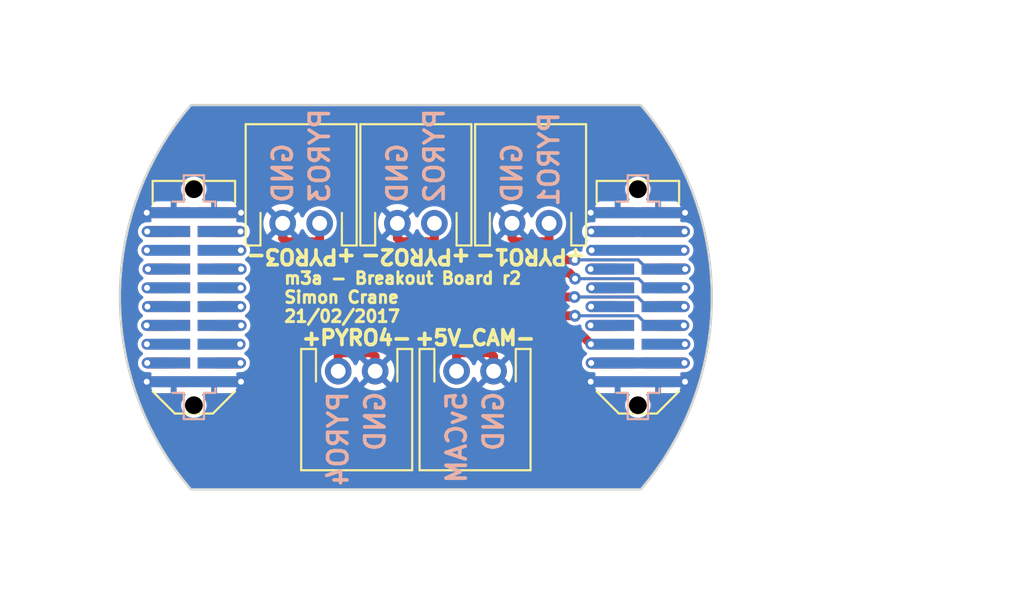
<source format=kicad_pcb>
(kicad_pcb (version 20221018) (generator pcbnew)
  (layers (0 "F.Cu" signal) (31 "B.Cu" signal) (34 "B.Paste" user) (35 "F.Paste" user) (36 "B.SilkS" user "B.Silkscreen") (37 "F.SilkS" user "F.Silkscreen") (38 "B.Mask" user) (39 "F.Mask" user) (44 "Edge.Cuts" user))
  (net 0 "")
  (net 1 "GND")
  (net 2 "/3v3_IMU")
  (net 3 "/JTMS")
  (net 4 "/3v3_RADIO")
  (net 5 "/JTCK")
  (net 6 "/3v3_FC")
  (net 7 "/3v3_PYRO")
  (net 8 "/JTDR")
  (net 9 "/RSVD1")
  (net 10 "/3v3_AUX1")
  (net 11 "/5v_CAN")
  (net 12 "/3v3_AUX2")
  (net 13 "/CAN-")
  (net 14 "/RSVD2")
  (net 15 "/CAN+")
  (net 16 "/PYRO_SO")
  (net 17 "/PYRO_SI")
  (net 18 "/5v_RADIO")
  (net 19 "/PYRO1")
  (net 20 "/5v_IMU")
  (net 21 "/PYRO2")
  (net 22 "/5v_AUX1")
  (net 23 "/PYRO3")
  (net 24 "/5v_AUX2")
  (net 25 "/PYRO4")
  (net 26 "/5v_CAM")
  (net 27 "/PWR")
  (net 28 "/CHARGE")
  (net 29 "/JTDI")
  (net 30 "/3v3_DL")
  (footprint "agg:TFML-110-02-L-D" (layer "F.Cu") (at 85 100 -90)
    (fp_text reference "J1")
    (fp_text value "WEST TOP")
    (fp_line (start -7.865 -2.785) (end -7.865 2.785) (stroke (width 0.15)) (layer "F.SilkS"))
    (fp_line (start -7.865 2.785) (end -6.365 2.785) (stroke (width 0.15)) (layer "F.SilkS"))
    (fp_line (start -6.365 -2.785) (end -7.865 -2.785) (stroke (width 0.15)) (layer "F.SilkS"))
    (fp_line (start 6.365 2.785) (end 7.865 1.285) (stroke (width 0.15)) (layer "F.SilkS"))
    (fp_line (start 7.865 -1.285) (end 6.365 -2.785) (stroke (width 0.15)) (layer "F.SilkS"))
    (fp_line (start 7.865 1.285) (end 7.865 -1.285) (stroke (width 0.15)) (layer "F.SilkS"))
    (pad "1" smd rect (at -5.715 1.715 270) (size 0.74 2.92) (layers "F.Cu" "F.Paste" "F.Mask") (net 1 "GND"))
    (pad "2" smd rect (at -5.715 -1.715 270) (size 0.74 2.92) (layers "F.Cu" "F.Paste" "F.Mask") (net 1 "GND"))
    (pad "3" smd rect (at -4.445 1.715 270) (size 0.74 2.92) (layers "F.Cu" "F.Paste" "F.Mask") (net 2 "/3v3_IMU"))
    (pad "4" smd rect (at -4.445 -1.715 270) (size 0.74 2.92) (layers "F.Cu" "F.Paste" "F.Mask") (net 3 "/JTMS"))
    (pad "5" smd rect (at -3.175 1.715 270) (size 0.74 2.92) (layers "F.Cu" "F.Paste" "F.Mask") (net 4 "/3v3_RADIO"))
    (pad "6" smd rect (at -3.175 -1.715 270) (size 0.74 2.92) (layers "F.Cu" "F.Paste" "F.Mask") (net 5 "/JTCK"))
    (pad "7" smd rect (at -1.905 1.715 270) (size 0.74 2.92) (layers "F.Cu" "F.Paste" "F.Mask") (net 6 "/3v3_FC"))
    (pad "8" smd rect (at -1.905 -1.715 270) (size 0.74 2.92) (layers "F.Cu" "F.Paste" "F.Mask") (net 29 "/JTDI"))
    (pad "9" smd rect (at -0.635 1.715 270) (size 0.74 2.92) (layers "F.Cu" "F.Paste" "F.Mask") (net 7 "/3v3_PYRO"))
    (pad "10" smd rect (at -0.635 -1.715 270) (size 0.74 2.92) (layers "F.Cu" "F.Paste" "F.Mask") (net 8 "/JTDR"))
    (pad "11" smd rect (at 0.635 1.715 270) (size 0.74 2.92) (layers "F.Cu" "F.Paste" "F.Mask") (net 30 "/3v3_DL"))
    (pad "12" smd rect (at 0.635 -1.715 270) (size 0.74 2.92) (layers "F.Cu" "F.Paste" "F.Mask") (net 9 "/RSVD1"))
    (pad "13" smd rect (at 1.905 1.715 270) (size 0.74 2.92) (layers "F.Cu" "F.Paste" "F.Mask") (net 10 "/3v3_AUX1"))
    (pad "14" smd rect (at 1.905 -1.715 270) (size 0.74 2.92) (layers "F.Cu" "F.Paste" "F.Mask") (net 11 "/5v_CAN"))
    (pad "15" smd rect (at 3.175 1.715 270) (size 0.74 2.92) (layers "F.Cu" "F.Paste" "F.Mask") (net 12 "/3v3_AUX2"))
    (pad "16" smd rect (at 3.175 -1.715 270) (size 0.74 2.92) (layers "F.Cu" "F.Paste" "F.Mask") (net 13 "/CAN-"))
    (pad "17" smd rect (at 4.445 1.715 270) (size 0.74 2.92) (layers "F.Cu" "F.Paste" "F.Mask") (net 14 "/RSVD2"))
    (pad "18" smd rect (at 4.445 -1.715 270) (size 0.74 2.92) (layers "F.Cu" "F.Paste" "F.Mask") (net 15 "/CAN+"))
    (pad "19" smd rect (at 5.715 1.715 270) (size 0.74 2.92) (layers "F.Cu" "F.Paste" "F.Mask") (net 1 "GND"))
    (pad "20" smd rect (at 5.715 -1.715 270) (size 0.74 2.92) (layers "F.Cu" "F.Paste" "F.Mask") (net 1 "GND"))
  )
  (footprint "agg:TFML-110-02-L-D" (layer "F.Cu") (at 115 100 -90)
    (fp_text reference "J2")
    (fp_text value "EAST TOP")
    (fp_line (start -7.865 -2.785) (end -7.865 2.785) (stroke (width 0.15)) (layer "F.SilkS"))
    (fp_line (start -7.865 2.785) (end -6.365 2.785) (stroke (width 0.15)) (layer "F.SilkS"))
    (fp_line (start -6.365 -2.785) (end -7.865 -2.785) (stroke (width 0.15)) (layer "F.SilkS"))
    (fp_line (start 6.365 2.785) (end 7.865 1.285) (stroke (width 0.15)) (layer "F.SilkS"))
    (fp_line (start 7.865 -1.285) (end 6.365 -2.785) (stroke (width 0.15)) (layer "F.SilkS"))
    (fp_line (start 7.865 1.285) (end 7.865 -1.285) (stroke (width 0.15)) (layer "F.SilkS"))
    (pad "1" smd rect (at -5.715 1.715 270) (size 0.74 2.92) (layers "F.Cu" "F.Paste" "F.Mask") (net 1 "GND"))
    (pad "2" smd rect (at -5.715 -1.715 270) (size 0.74 2.92) (layers "F.Cu" "F.Paste" "F.Mask") (net 1 "GND"))
    (pad "3" smd rect (at -4.445 1.715 270) (size 0.74 2.92) (layers "F.Cu" "F.Paste" "F.Mask") (net 16 "/PYRO_SO"))
    (pad "4" smd rect (at -4.445 -1.715 270) (size 0.74 2.92) (layers "F.Cu" "F.Paste" "F.Mask") (net 16 "/PYRO_SO"))
    (pad "5" smd rect (at -3.175 1.715 270) (size 0.74 2.92) (layers "F.Cu" "F.Paste" "F.Mask") (net 17 "/PYRO_SI"))
    (pad "6" smd rect (at -3.175 -1.715 270) (size 0.74 2.92) (layers "F.Cu" "F.Paste" "F.Mask") (net 17 "/PYRO_SI"))
    (pad "7" smd rect (at -1.905 1.715 270) (size 0.74 2.92) (layers "F.Cu" "F.Paste" "F.Mask") (net 18 "/5v_RADIO"))
    (pad "8" smd rect (at -1.905 -1.715 270) (size 0.74 2.92) (layers "F.Cu" "F.Paste" "F.Mask") (net 19 "/PYRO1"))
    (pad "9" smd rect (at -0.635 1.715 270) (size 0.74 2.92) (layers "F.Cu" "F.Paste" "F.Mask") (net 20 "/5v_IMU"))
    (pad "10" smd rect (at -0.635 -1.715 270) (size 0.74 2.92) (layers "F.Cu" "F.Paste" "F.Mask") (net 21 "/PYRO2"))
    (pad "11" smd rect (at 0.635 1.715 270) (size 0.74 2.92) (layers "F.Cu" "F.Paste" "F.Mask") (net 22 "/5v_AUX1"))
    (pad "12" smd rect (at 0.635 -1.715 270) (size 0.74 2.92) (layers "F.Cu" "F.Paste" "F.Mask") (net 23 "/PYRO3"))
    (pad "13" smd rect (at 1.905 1.715 270) (size 0.74 2.92) (layers "F.Cu" "F.Paste" "F.Mask") (net 24 "/5v_AUX2"))
    (pad "14" smd rect (at 1.905 -1.715 270) (size 0.74 2.92) (layers "F.Cu" "F.Paste" "F.Mask") (net 25 "/PYRO4"))
    (pad "15" smd rect (at 3.175 1.715 270) (size 0.74 2.92) (layers "F.Cu" "F.Paste" "F.Mask") (net 26 "/5v_CAM"))
    (pad "16" smd rect (at 3.175 -1.715 270) (size 0.74 2.92) (layers "F.Cu" "F.Paste" "F.Mask") (net 27 "/PWR"))
    (pad "17" smd rect (at 4.445 1.715 270) (size 0.74 2.92) (layers "F.Cu" "F.Paste" "F.Mask") (net 28 "/CHARGE"))
    (pad "18" smd rect (at 4.445 -1.715 270) (size 0.74 2.92) (layers "F.Cu" "F.Paste" "F.Mask") (net 28 "/CHARGE"))
    (pad "19" smd rect (at 5.715 1.715 270) (size 0.74 2.92) (layers "F.Cu" "F.Paste" "F.Mask") (net 1 "GND"))
    (pad "20" smd rect (at 5.715 -1.715 270) (size 0.74 2.92) (layers "F.Cu" "F.Paste" "F.Mask") (net 1 "GND"))
  )
  (footprint "agg:S2B-EH" (layer "F.Cu") (at 107.75 95)
    (fp_text reference "J5")
    (fp_text value "PYRO1")
    (fp_line (start -3.75 -6.7) (end -3.75 1.5) (stroke (width 0.15)) (layer "F.SilkS"))
    (fp_line (start -3.75 -6.7) (end 3.75 -6.7) (stroke (width 0.15)) (layer "F.SilkS"))
    (fp_line (start -3.75 1.5) (end -2.75 1.5) (stroke (width 0.15)) (layer "F.SilkS"))
    (fp_line (start -2.75 1.5) (end -2.75 -0.7) (stroke (width 0.15)) (layer "F.SilkS"))
    (fp_line (start 2.75 1.5) (end 2.75 -0.7) (stroke (width 0.15)) (layer "F.SilkS"))
    (fp_line (start 3.75 -6.7) (end 3.75 1.5) (stroke (width 0.15)) (layer "F.SilkS"))
    (fp_line (start 3.75 1.5) (end 2.75 1.5) (stroke (width 0.15)) (layer "F.SilkS"))
    (pad "1" thru_hole circle (at 1.25 0) (size 1.8 1.8) (drill 1) (layers "*.Cu" "*.Mask") (net 19 "/PYRO1"))
    (pad "2" thru_hole circle (at -1.25 0) (size 1.8 1.8) (drill 1) (layers "*.Cu" "*.Mask") (net 1 "GND"))
  )
  (footprint "agg:S2B-EH" (layer "F.Cu") (at 92.25 95)
    (fp_text reference "J6")
    (fp_text value "PYRO3")
    (fp_line (start -3.75 -6.7) (end -3.75 1.5) (stroke (width 0.15)) (layer "F.SilkS"))
    (fp_line (start -3.75 -6.7) (end 3.75 -6.7) (stroke (width 0.15)) (layer "F.SilkS"))
    (fp_line (start -3.75 1.5) (end -2.75 1.5) (stroke (width 0.15)) (layer "F.SilkS"))
    (fp_line (start -2.75 1.5) (end -2.75 -0.7) (stroke (width 0.15)) (layer "F.SilkS"))
    (fp_line (start 2.75 1.5) (end 2.75 -0.7) (stroke (width 0.15)) (layer "F.SilkS"))
    (fp_line (start 3.75 -6.7) (end 3.75 1.5) (stroke (width 0.15)) (layer "F.SilkS"))
    (fp_line (start 3.75 1.5) (end 2.75 1.5) (stroke (width 0.15)) (layer "F.SilkS"))
    (pad "1" thru_hole circle (at 1.25 0) (size 1.8 1.8) (drill 1) (layers "*.Cu" "*.Mask") (net 23 "/PYRO3"))
    (pad "2" thru_hole circle (at -1.25 0) (size 1.8 1.8) (drill 1) (layers "*.Cu" "*.Mask") (net 1 "GND"))
  )
  (footprint "agg:S2B-EH" (layer "F.Cu") (at 100 95)
    (fp_text reference "J7")
    (fp_text value "PYRO2")
    (fp_line (start -3.75 -6.7) (end -3.75 1.5) (stroke (width 0.15)) (layer "F.SilkS"))
    (fp_line (start -3.75 -6.7) (end 3.75 -6.7) (stroke (width 0.15)) (layer "F.SilkS"))
    (fp_line (start -3.75 1.5) (end -2.75 1.5) (stroke (width 0.15)) (layer "F.SilkS"))
    (fp_line (start -2.75 1.5) (end -2.75 -0.7) (stroke (width 0.15)) (layer "F.SilkS"))
    (fp_line (start 2.75 1.5) (end 2.75 -0.7) (stroke (width 0.15)) (layer "F.SilkS"))
    (fp_line (start 3.75 -6.7) (end 3.75 1.5) (stroke (width 0.15)) (layer "F.SilkS"))
    (fp_line (start 3.75 1.5) (end 2.75 1.5) (stroke (width 0.15)) (layer "F.SilkS"))
    (pad "1" thru_hole circle (at 1.25 0) (size 1.8 1.8) (drill 1) (layers "*.Cu" "*.Mask") (net 21 "/PYRO2"))
    (pad "2" thru_hole circle (at -1.25 0) (size 1.8 1.8) (drill 1) (layers "*.Cu" "*.Mask") (net 1 "GND"))
  )
  (footprint "agg:S2B-EH" (layer "F.Cu") (at 96 105 180)
    (fp_text reference "J8")
    (fp_text value "PYRO4")
    (fp_line (start -3.75 -6.7) (end -3.75 1.5) (stroke (width 0.15)) (layer "F.SilkS"))
    (fp_line (start -3.75 -6.7) (end 3.75 -6.7) (stroke (width 0.15)) (layer "F.SilkS"))
    (fp_line (start -3.75 1.5) (end -2.75 1.5) (stroke (width 0.15)) (layer "F.SilkS"))
    (fp_line (start -2.75 1.5) (end -2.75 -0.7) (stroke (width 0.15)) (layer "F.SilkS"))
    (fp_line (start 2.75 1.5) (end 2.75 -0.7) (stroke (width 0.15)) (layer "F.SilkS"))
    (fp_line (start 3.75 -6.7) (end 3.75 1.5) (stroke (width 0.15)) (layer "F.SilkS"))
    (fp_line (start 3.75 1.5) (end 2.75 1.5) (stroke (width 0.15)) (layer "F.SilkS"))
    (pad "1" thru_hole circle (at 1.25 0 180) (size 1.8 1.8) (drill 1) (layers "*.Cu" "*.Mask") (net 25 "/PYRO4"))
    (pad "2" thru_hole circle (at -1.25 0 180) (size 1.8 1.8) (drill 1) (layers "*.Cu" "*.Mask") (net 1 "GND"))
  )
  (footprint "agg:S2B-EH" (layer "F.Cu") (at 104 105 180)
    (fp_text reference "J9")
    (fp_text value "5v_CAM")
    (fp_line (start -3.75 -6.7) (end -3.75 1.5) (stroke (width 0.15)) (layer "F.SilkS"))
    (fp_line (start -3.75 -6.7) (end 3.75 -6.7) (stroke (width 0.15)) (layer "F.SilkS"))
    (fp_line (start -3.75 1.5) (end -2.75 1.5) (stroke (width 0.15)) (layer "F.SilkS"))
    (fp_line (start -2.75 1.5) (end -2.75 -0.7) (stroke (width 0.15)) (layer "F.SilkS"))
    (fp_line (start 2.75 1.5) (end 2.75 -0.7) (stroke (width 0.15)) (layer "F.SilkS"))
    (fp_line (start 3.75 -6.7) (end 3.75 1.5) (stroke (width 0.15)) (layer "F.SilkS"))
    (fp_line (start 3.75 1.5) (end 2.75 1.5) (stroke (width 0.15)) (layer "F.SilkS"))
    (pad "1" thru_hole circle (at 1.25 0 180) (size 1.8 1.8) (drill 1) (layers "*.Cu" "*.Mask") (net 26 "/5v_CAM"))
    (pad "2" thru_hole circle (at -1.25 0 180) (size 1.8 1.8) (drill 1) (layers "*.Cu" "*.Mask") (net 1 "GND"))
  )
  (footprint "agg:0402" (layer "F.Cu") (at 107.75 96.25 180)
    (fp_text reference "D1")
    (fp_text value "ESD_DIODE")
    (pad "1" smd rect (at -0.45 0 180) (size 0.62 0.62) (layers "F.Cu" "F.Paste" "F.Mask") (net 19 "/PYRO1"))
    (pad "2" smd rect (at 0.45 0 180) (size 0.62 0.62) (layers "F.Cu" "F.Paste" "F.Mask") (net 1 "GND"))
  )
  (footprint "agg:0402" (layer "F.Cu") (at 92.25 96.25 180)
    (fp_text reference "D2")
    (fp_text value "ESD_DIODE")
    (pad "1" smd rect (at -0.45 0 180) (size 0.62 0.62) (layers "F.Cu" "F.Paste" "F.Mask") (net 23 "/PYRO3"))
    (pad "2" smd rect (at 0.45 0 180) (size 0.62 0.62) (layers "F.Cu" "F.Paste" "F.Mask") (net 1 "GND"))
  )
  (footprint "agg:0402" (layer "F.Cu") (at 100 96.25 180)
    (fp_text reference "D3")
    (fp_text value "ESD_DIODE")
    (pad "1" smd rect (at -0.45 0 180) (size 0.62 0.62) (layers "F.Cu" "F.Paste" "F.Mask") (net 21 "/PYRO2"))
    (pad "2" smd rect (at 0.45 0 180) (size 0.62 0.62) (layers "F.Cu" "F.Paste" "F.Mask") (net 1 "GND"))
  )
  (footprint "agg:0402" (layer "F.Cu") (at 96 103.75)
    (fp_text reference "D4")
    (fp_text value "ESD_DIODE")
    (pad "1" smd rect (at -0.45 0) (size 0.62 0.62) (layers "F.Cu" "F.Paste" "F.Mask") (net 25 "/PYRO4"))
    (pad "2" smd rect (at 0.45 0) (size 0.62 0.62) (layers "F.Cu" "F.Paste" "F.Mask") (net 1 "GND"))
  )
  (footprint "agg:0402" (layer "F.Cu") (at 104 103.75)
    (fp_text reference "D5")
    (fp_text value "ESD_DIODE")
    (pad "1" smd rect (at -0.45 0) (size 0.62 0.62) (layers "F.Cu" "F.Paste" "F.Mask") (net 26 "/5v_CAM"))
    (pad "2" smd rect (at 0.45 0) (size 0.62 0.62) (layers "F.Cu" "F.Paste" "F.Mask") (net 1 "GND"))
  )
  (footprint "agg:SFML-110-02-L-D-LC" (layer "B.Cu") (at 85 100 -90)
    (fp_text reference "J3")
    (fp_text value "WEST BOT")
    (fp_line (start -8.245 -0.685) (end -8.245 0.685) (stroke (width 0.15)) (layer "B.SilkS"))
    (fp_line (start -8.245 0.685) (end -6.465 0.685) (stroke (width 0.15)) (layer "B.SilkS"))
    (fp_line (start -6.465 -1.45) (end -6.465 -0.685) (stroke (width 0.15)) (layer "B.SilkS"))
    (fp_line (start -6.465 -0.685) (end -8.245 -0.685) (stroke (width 0.15)) (layer "B.SilkS"))
    (fp_line (start -6.465 0.685) (end -6.465 1.45) (stroke (width 0.15)) (layer "B.SilkS"))
    (fp_line (start -6.165 -1.45) (end -6.465 -1.45) (stroke (width 0.15)) (layer "B.SilkS"))
    (fp_line (start 6.465 -1.45) (end 6.165 -1.45) (stroke (width 0.15)) (layer "B.SilkS"))
    (fp_line (start 6.465 -0.685) (end 6.465 -1.45) (stroke (width 0.15)) (layer "B.SilkS"))
    (fp_line (start 6.465 0.685) (end 8.245 0.685) (stroke (width 0.15)) (layer "B.SilkS"))
    (fp_line (start 6.465 1.45) (end 6.465 0.685) (stroke (width 0.15)) (layer "B.SilkS"))
    (fp_line (start 8.245 -0.685) (end 6.465 -0.685) (stroke (width 0.15)) (layer "B.SilkS"))
    (fp_line (start 8.245 0.685) (end 8.245 -0.685) (stroke (width 0.15)) (layer "B.SilkS"))
    (pad "" np_thru_hole circle (at -7.305 0 270) (size 1.2 1.2) (drill 1.2) (layers "*.Mask"))
    (pad "" np_thru_hole circle (at 7.305 0 270) (size 1.2 1.2) (drill 1.2) (layers "*.Mask"))
    (pad "1" smd rect (at -5.715 1.365 270) (size 0.74 2.22) (layers "B.Cu" "B.Paste" "B.Mask") (net 1 "GND"))
    (pad "2" smd rect (at -5.715 -1.365 270) (size 0.74 2.22) (layers "B.Cu" "B.Paste" "B.Mask") (net 1 "GND"))
    (pad "3" smd rect (at -4.445 1.365 270) (size 0.74 2.22) (layers "B.Cu" "B.Paste" "B.Mask") (net 2 "/3v3_IMU"))
    (pad "4" smd rect (at -4.445 -1.365 270) (size 0.74 2.22) (layers "B.Cu" "B.Paste" "B.Mask") (net 3 "/JTMS"))
    (pad "5" smd rect (at -3.175 1.365 270) (size 0.74 2.22) (layers "B.Cu" "B.Paste" "B.Mask") (net 4 "/3v3_RADIO"))
    (pad "6" smd rect (at -3.175 -1.365 270) (size 0.74 2.22) (layers "B.Cu" "B.Paste" "B.Mask") (net 5 "/JTCK"))
    (pad "7" smd rect (at -1.905 1.365 270) (size 0.74 2.22) (layers "B.Cu" "B.Paste" "B.Mask") (net 6 "/3v3_FC"))
    (pad "8" smd rect (at -1.905 -1.365 270) (size 0.74 2.22) (layers "B.Cu" "B.Paste" "B.Mask") (net 29 "/JTDI"))
    (pad "9" smd rect (at -0.635 1.365 270) (size 0.74 2.22) (layers "B.Cu" "B.Paste" "B.Mask") (net 7 "/3v3_PYRO"))
    (pad "10" smd rect (at -0.635 -1.365 270) (size 0.74 2.22) (layers "B.Cu" "B.Paste" "B.Mask") (net 8 "/JTDR"))
    (pad "11" smd rect (at 0.635 1.365 270) (size 0.74 2.22) (layers "B.Cu" "B.Paste" "B.Mask") (net 30 "/3v3_DL"))
    (pad "12" smd rect (at 0.635 -1.365 270) (size 0.74 2.22) (layers "B.Cu" "B.Paste" "B.Mask") (net 9 "/RSVD1"))
    (pad "13" smd rect (at 1.905 1.365 270) (size 0.74 2.22) (layers "B.Cu" "B.Paste" "B.Mask") (net 10 "/3v3_AUX1"))
    (pad "14" smd rect (at 1.905 -1.365 270) (size 0.74 2.22) (layers "B.Cu" "B.Paste" "B.Mask") (net 11 "/5v_CAN"))
    (pad "15" smd rect (at 3.175 1.365 270) (size 0.74 2.22) (layers "B.Cu" "B.Paste" "B.Mask") (net 12 "/3v3_AUX2"))
    (pad "16" smd rect (at 3.175 -1.365 270) (size 0.74 2.22) (layers "B.Cu" "B.Paste" "B.Mask") (net 13 "/CAN-"))
    (pad "17" smd rect (at 4.445 1.365 270) (size 0.74 2.22) (layers "B.Cu" "B.Paste" "B.Mask") (net 14 "/RSVD2"))
    (pad "18" smd rect (at 4.445 -1.365 270) (size 0.74 2.22) (layers "B.Cu" "B.Paste" "B.Mask") (net 15 "/CAN+"))
    (pad "19" smd rect (at 5.715 1.365 270) (size 0.74 2.22) (layers "B.Cu" "B.Paste" "B.Mask") (net 1 "GND"))
    (pad "20" smd rect (at 5.715 -1.365 270) (size 0.74 2.22) (layers "B.Cu" "B.Paste" "B.Mask") (net 1 "GND"))
  )
  (footprint "agg:SFML-110-02-L-D-LC" (layer "B.Cu") (at 115 100 -90)
    (fp_text reference "J4")
    (fp_text value "EAST BOT")
    (fp_line (start -8.245 -0.685) (end -8.245 0.685) (stroke (width 0.15)) (layer "B.SilkS"))
    (fp_line (start -8.245 0.685) (end -6.465 0.685) (stroke (width 0.15)) (layer "B.SilkS"))
    (fp_line (start -6.465 -1.45) (end -6.465 -0.685) (stroke (width 0.15)) (layer "B.SilkS"))
    (fp_line (start -6.465 -0.685) (end -8.245 -0.685) (stroke (width 0.15)) (layer "B.SilkS"))
    (fp_line (start -6.465 0.685) (end -6.465 1.45) (stroke (width 0.15)) (layer "B.SilkS"))
    (fp_line (start -6.165 -1.45) (end -6.465 -1.45) (stroke (width 0.15)) (layer "B.SilkS"))
    (fp_line (start 6.465 -1.45) (end 6.165 -1.45) (stroke (width 0.15)) (layer "B.SilkS"))
    (fp_line (start 6.465 -0.685) (end 6.465 -1.45) (stroke (width 0.15)) (layer "B.SilkS"))
    (fp_line (start 6.465 0.685) (end 8.245 0.685) (stroke (width 0.15)) (layer "B.SilkS"))
    (fp_line (start 6.465 1.45) (end 6.465 0.685) (stroke (width 0.15)) (layer "B.SilkS"))
    (fp_line (start 8.245 -0.685) (end 6.465 -0.685) (stroke (width 0.15)) (layer "B.SilkS"))
    (fp_line (start 8.245 0.685) (end 8.245 -0.685) (stroke (width 0.15)) (layer "B.SilkS"))
    (pad "" np_thru_hole circle (at -7.305 0 270) (size 1.2 1.2) (drill 1.2) (layers "*.Mask"))
    (pad "" np_thru_hole circle (at 7.305 0 270) (size 1.2 1.2) (drill 1.2) (layers "*.Mask"))
    (pad "1" smd rect (at -5.715 1.365 270) (size 0.74 2.22) (layers "B.Cu" "B.Paste" "B.Mask") (net 1 "GND"))
    (pad "2" smd rect (at -5.715 -1.365 270) (size 0.74 2.22) (layers "B.Cu" "B.Paste" "B.Mask") (net 1 "GND"))
    (pad "3" smd rect (at -4.445 1.365 270) (size 0.74 2.22) (layers "B.Cu" "B.Paste" "B.Mask") (net 16 "/PYRO_SO"))
    (pad "4" smd rect (at -4.445 -1.365 270) (size 0.74 2.22) (layers "B.Cu" "B.Paste" "B.Mask") (net 16 "/PYRO_SO"))
    (pad "5" smd rect (at -3.175 1.365 270) (size 0.74 2.22) (layers "B.Cu" "B.Paste" "B.Mask") (net 17 "/PYRO_SI"))
    (pad "6" smd rect (at -3.175 -1.365 270) (size 0.74 2.22) (layers "B.Cu" "B.Paste" "B.Mask") (net 17 "/PYRO_SI"))
    (pad "7" smd rect (at -1.905 1.365 270) (size 0.74 2.22) (layers "B.Cu" "B.Paste" "B.Mask") (net 18 "/5v_RADIO"))
    (pad "8" smd rect (at -1.905 -1.365 270) (size 0.74 2.22) (layers "B.Cu" "B.Paste" "B.Mask") (net 19 "/PYRO1"))
    (pad "9" smd rect (at -0.635 1.365 270) (size 0.74 2.22) (layers "B.Cu" "B.Paste" "B.Mask") (net 20 "/5v_IMU"))
    (pad "10" smd rect (at -0.635 -1.365 270) (size 0.74 2.22) (layers "B.Cu" "B.Paste" "B.Mask") (net 21 "/PYRO2"))
    (pad "11" smd rect (at 0.635 1.365 270) (size 0.74 2.22) (layers "B.Cu" "B.Paste" "B.Mask") (net 22 "/5v_AUX1"))
    (pad "12" smd rect (at 0.635 -1.365 270) (size 0.74 2.22) (layers "B.Cu" "B.Paste" "B.Mask") (net 23 "/PYRO3"))
    (pad "13" smd rect (at 1.905 1.365 270) (size 0.74 2.22) (layers "B.Cu" "B.Paste" "B.Mask") (net 24 "/5v_AUX2"))
    (pad "14" smd rect (at 1.905 -1.365 270) (size 0.74 2.22) (layers "B.Cu" "B.Paste" "B.Mask") (net 25 "/PYRO4"))
    (pad "15" smd rect (at 3.175 1.365 270) (size 0.74 2.22) (layers "B.Cu" "B.Paste" "B.Mask") (net 26 "/5v_CAM"))
    (pad "16" smd rect (at 3.175 -1.365 270) (size 0.74 2.22) (layers "B.Cu" "B.Paste" "B.Mask") (net 27 "/PWR"))
    (pad "17" smd rect (at 4.445 1.365 270) (size 0.74 2.22) (layers "B.Cu" "B.Paste" "B.Mask") (net 28 "/CHARGE"))
    (pad "18" smd rect (at 4.445 -1.365 270) (size 0.74 2.22) (layers "B.Cu" "B.Paste" "B.Mask") (net 28 "/CHARGE"))
    (pad "19" smd rect (at 5.715 1.365 270) (size 0.74 2.22) (layers "B.Cu" "B.Paste" "B.Mask") (net 1 "GND"))
    (pad "20" smd rect (at 5.715 -1.365 270) (size 0.74 2.22) (layers "B.Cu" "B.Paste" "B.Mask") (net 1 "GND"))
  )
  (gr_arc (start 115.2 87) (mid 120.001 100) (end 115.2 113) (stroke (width 0.15)) (layer "Edge.Cuts"))
  (gr_line (start 84.8 113) (end 115.2 113) (stroke (width 0.15)) (layer "Edge.Cuts"))
  (gr_arc (start 84.8 113) (mid 79.999 100) (end 84.8 87) (stroke (width 0.15)) (layer "Edge.Cuts"))
  (gr_line (start 84.8 87) (end 115.2 87) (stroke (width 0.15)) (layer "Edge.Cuts"))
  (gr_text "GND" (at 97.25 106.25 90) (layer "B.SilkS") (effects (font (size 1.3 1.3) (thickness 0.25)) (justify left mirror)))
  (gr_text "5vCAM" (at 102.75 106.25 90) (layer "B.SilkS") (effects (font (size 1.3 1.3) (thickness 0.25)) (justify left mirror)))
  (gr_text "GND" (at 105.25 106.25 90) (layer "B.SilkS") (effects (font (size 1.3 1.3) (thickness 0.25)) (justify left mirror)))
  (gr_text "GND" (at 91 93.75 90) (layer "B.SilkS") (effects (font (size 1.3 1.3) (thickness 0.25)) (justify right mirror)))
  (gr_text "PYRO3" (at 93.5 93.75 90) (layer "B.SilkS") (effects (font (size 1.3 1.3) (thickness 0.25)) (justify right mirror)))
  (gr_text "PYRO2" (at 101.25 93.75 90) (layer "B.SilkS") (effects (font (size 1.3 1.3) (thickness 0.25)) (justify right mirror)))
  (gr_text "GND" (at 98.75 93.75 90) (layer "B.SilkS") (effects (font (size 1.3 1.3) (thickness 0.25)) (justify right mirror)))
  (gr_text "PYRO1" (at 109 94 90) (layer "B.SilkS") (effects (font (size 1.3 1.3) (thickness 0.25)) (justify right mirror)))
  (gr_text "GND" (at 106.5 93.75 90) (layer "B.SilkS") (effects (font (size 1.3 1.3) (thickness 0.25)) (justify right mirror)))
  (gr_text "PYRO4" (at 94.75 106.25 90) (layer "B.SilkS") (effects (font (size 1.3 1.3) (thickness 0.25)) (justify left mirror)))
  (gr_text "+PYRO2-" (at 100 97.25 180) (layer "F.SilkS") (effects (font (size 1 1) (thickness 0.25))))
  (gr_text "+PYRO3-" (at 92.25 97.25 180) (layer "F.SilkS") (effects (font (size 1 1) (thickness 0.25))))
  (gr_text "+PYRO4-" (at 96 102.75) (layer "F.SilkS") (effects (font (size 1 1) (thickness 0.25))))
  (gr_text "+5V_CAM-" (at 104 102.75) (layer "F.SilkS") (effects (font (size 1 1) (thickness 0.25))))
  (gr_text "+PYRO1-" (at 107.75 97.25 180) (layer "F.SilkS") (effects (font (size 1 1) (thickness 0.25))))
  (gr_text "m3a - Breakout Board r2\nSimon Crane\n21/02/2017" (at 91 100) (layer "F.SilkS") (effects (font (size 0.8 0.8) (thickness 0.2)) (justify left)))
  (segment (start 97.25 104) (end 97.25 105) (width 0.6) (layer "F.Cu") (net 1))
  (segment (start 99.55 96.25) (end 99 96.25) (width 0.6) (layer "F.Cu") (net 1))
  (segment (start 104.45 103.75) (end 105 103.75) (width 0.6) (layer "F.Cu") (net 1))
  (segment (start 105 103.75) (end 105.25 104) (width 0.6) (layer "F.Cu") (net 1))
  (segment (start 113.285 94.285) (end 111.815 94.285) (width 0.74) (layer "F.Cu") (net 1))
  (segment (start 83.285 105.715) (end 86.715 105.715) (width 0.74) (layer "F.Cu") (net 1))
  (segment (start 105.25 104) (end 105.25 105) (width 0.6) (layer "F.Cu") (net 1))
  (segment (start 98.75 96) (end 98.75 95) (width 0.6) (layer "F.Cu") (net 1))
  (segment (start 116.715 94.285) (end 118.185 94.285) (width 0.74) (layer "F.Cu") (net 1))
  (segment (start 99 96.25) (end 98.75 96) (width 0.6) (layer "F.Cu") (net 1))
  (segment (start 91.25 96.25) (end 91 96) (width 0.6) (layer "F.Cu") (net 1))
  (segment (start 97 103.75) (end 97.25 104) (width 0.6) (layer "F.Cu") (net 1))
  (segment (start 91 96) (end 91 95) (width 0.6) (layer "F.Cu") (net 1))
  (segment (start 83.285 94.285) (end 81.815 94.285) (width 0.74) (layer "F.Cu") (net 1))
  (segment (start 107.3 96.25) (end 106.75 96.25) (width 0.6) (layer "F.Cu") (net 1))
  (segment (start 116.715 105.715) (end 113.285 105.715) (width 0.74) (layer "F.Cu") (net 1))
  (segment (start 86.715 94.285) (end 83.285 94.285) (width 0.74) (layer "F.Cu") (net 1))
  (segment (start 83.285 105.715) (end 81.815 105.715) (width 0.74) (layer "F.Cu") (net 1))
  (segment (start 96.45 103.75) (end 97 103.75) (width 0.6) (layer "F.Cu") (net 1))
  (segment (start 113.285 105.715) (end 111.815 105.715) (width 0.74) (layer "F.Cu") (net 1))
  (segment (start 106.75 96.25) (end 106.5 96) (width 0.6) (layer "F.Cu") (net 1))
  (segment (start 106.5 96) (end 106.5 95) (width 0.6) (layer "F.Cu") (net 1))
  (segment (start 113.285 94.285) (end 116.715 94.285) (width 0.74) (layer "F.Cu") (net 1))
  (segment (start 86.715 94.285) (end 88.185 94.285) (width 0.74) (layer "F.Cu") (net 1))
  (segment (start 86.715 105.715) (end 88.185 105.715) (width 0.74) (layer "F.Cu") (net 1))
  (segment (start 116.715 105.715) (end 118.185 105.715) (width 0.74) (layer "F.Cu") (net 1))
  (segment (start 91.8 96.25) (end 91.25 96.25) (width 0.6) (layer "F.Cu") (net 1))
  (via (at 81.815 94.285) (size 0.7) (drill 0.4) (layers "F.Cu" "B.Cu") (net 1))
  (via (at 81.815 105.715) (size 0.7) (drill 0.4) (layers "F.Cu" "B.Cu") (net 1))
  (via (at 88.185 105.715) (size 0.7) (drill 0.4) (layers "F.Cu" "B.Cu") (net 1))
  (via (at 118.185 105.715) (size 0.7) (drill 0.4) (layers "F.Cu" "B.Cu") (net 1))
  (via (at 118.185 94.285) (size 0.7) (drill 0.4) (layers "F.Cu" "B.Cu") (net 1))
  (via (at 111.815 105.715) (size 0.7) (drill 0.4) (layers "F.Cu" "B.Cu") (net 1))
  (via (at 111.815 94.285) (size 0.7) (drill 0.4) (layers "F.Cu" "B.Cu") (net 1))
  (via (at 88.185 94.285) (size 0.7) (drill 0.4) (layers "F.Cu" "B.Cu") (net 1))
  (segment (start 83.635 94.285) (end 86.365 94.285) (width 0.74) (layer "B.Cu") (net 1))
  (segment (start 83.635 94.285) (end 81.815 94.285) (width 0.74) (layer "B.Cu") (net 1))
  (segment (start 116.365 94.285) (end 118.185 94.285) (width 0.74) (layer "B.Cu") (net 1))
  (segment (start 118.185 105.715) (end 116.365 105.715) (width 0.74) (layer "B.Cu") (net 1))
  (segment (start 113.635 105.715) (end 111.815 105.715) (width 0.74) (layer "B.Cu") (net 1))
  (segment (start 116.365 105.715) (end 113.635 105.715) (width 0.74) (layer "B.Cu") (net 1))
  (segment (start 86.365 94.285) (end 88.185 94.285) (width 0.74) (layer "B.Cu") (net 1))
  (segment (start 88.185 105.715) (end 81.815 105.715) (width 0.74) (layer "B.Cu") (net 1))
  (segment (start 111.815 94.285) (end 113.635 94.285) (width 0.74) (layer "B.Cu") (net 1))
  (segment (start 113.635 94.285) (end 116.365 94.285) (width 0.74) (layer "B.Cu") (net 1))
  (segment (start 83.285 95.555) (end 81.845 95.555) (width 0.74) (layer "F.Cu") (net 2))
  (via (at 81.845 95.555) (size 0.7) (drill 0.4) (layers "F.Cu" "B.Cu") (net 2))
  (segment (start 83.635 95.555) (end 81.845 95.555) (width 0.74) (layer "B.Cu") (net 2))
  (segment (start 86.715 95.555) (end 88.155 95.555) (width 0.74) (layer "F.Cu") (net 3))
  (via (at 88.155 95.555) (size 0.7) (drill 0.4) (layers "F.Cu" "B.Cu") (net 3))
  (segment (start 88.155 95.555) (end 86.365 95.555) (width 0.74) (layer "B.Cu") (net 3))
  (segment (start 83.285 96.825) (end 81.825 96.825) (width 0.74) (layer "F.Cu") (net 4))
  (via (at 81.825 96.825) (size 0.7) (drill 0.4) (layers "F.Cu" "B.Cu") (net 4))
  (segment (start 81.825 96.825) (end 83.635 96.825) (width 0.74) (layer "B.Cu") (net 4))
  (segment (start 86.715 96.825) (end 88.175 96.825) (width 0.74) (layer "F.Cu") (net 5))
  (via (at 88.175 96.825) (size 0.7) (drill 0.4) (layers "F.Cu" "B.Cu") (net 5))
  (segment (start 86.365 96.825) (end 88.175 96.825) (width 0.74) (layer "B.Cu") (net 5))
  (segment (start 83.285 98.095) (end 81.895 98.095) (width 0.74) (layer "F.Cu") (net 6))
  (via (at 81.895 98.095) (size 0.7) (drill 0.4) (layers "F.Cu" "B.Cu") (net 6))
  (segment (start 81.895 98.095) (end 83.635 98.095) (width 0.74) (layer "B.Cu") (net 6))
  (segment (start 83.285 99.365) (end 81.835 99.365) (width 0.74) (layer "F.Cu") (net 7))
  (via (at 81.835 99.365) (size 0.7) (drill 0.4) (layers "F.Cu" "B.Cu") (net 7))
  (segment (start 81.835 99.365) (end 83.635 99.365) (width 0.74) (layer "B.Cu") (net 7))
  (segment (start 86.715 99.365) (end 88.165 99.365) (width 0.74) (layer "F.Cu") (net 8))
  (via (at 88.165 99.365) (size 0.7) (drill 0.4) (layers "F.Cu" "B.Cu") (net 8))
  (segment (start 86.365 99.365) (end 88.165 99.365) (width 0.74) (layer "B.Cu") (net 8))
  (segment (start 86.715 100.635) (end 88.165 100.635) (width 0.74) (layer "F.Cu") (net 9))
  (via (at 88.165 100.635) (size 0.7) (drill 0.4) (layers "F.Cu" "B.Cu") (net 9))
  (segment (start 86.365 100.635) (end 88.165 100.635) (width 0.74) (layer "B.Cu") (net 9))
  (segment (start 83.285 101.905) (end 81.805 101.905) (width 0.74) (layer "F.Cu") (net 10))
  (via (at 81.805 101.905) (size 0.7) (drill 0.4) (layers "F.Cu" "B.Cu") (net 10))
  (segment (start 81.805 101.905) (end 83.635 101.905) (width 0.74) (layer "B.Cu") (net 10))
  (segment (start 86.715 101.905) (end 88.195 101.905) (width 0.74) (layer "F.Cu") (net 11))
  (via (at 88.195 101.905) (size 0.7) (drill 0.4) (layers "F.Cu" "B.Cu") (net 11))
  (segment (start 86.365 101.905) (end 88.195 101.905) (width 0.74) (layer "B.Cu") (net 11))
  (segment (start 83.285 103.175) (end 81.825 103.175) (width 0.74) (layer "F.Cu") (net 12))
  (via (at 81.825 103.175) (size 0.7) (drill 0.4) (layers "F.Cu" "B.Cu") (net 12))
  (segment (start 81.825 103.175) (end 83.635 103.175) (width 0.74) (layer "B.Cu") (net 12))
  (segment (start 86.715 103.175) (end 88.125 103.175) (width 0.74) (layer "F.Cu") (net 13))
  (via (at 88.125 103.175) (size 0.7) (drill 0.4) (layers "F.Cu" "B.Cu") (net 13))
  (segment (start 86.365 103.175) (end 88.125 103.175) (width 0.74) (layer "B.Cu") (net 13))
  (segment (start 83.285 104.445) (end 81.845 104.445) (width 0.74) (layer "F.Cu") (net 14))
  (via (at 81.845 104.445) (size 0.7) (drill 0.4) (layers "F.Cu" "B.Cu") (net 14))
  (segment (start 81.845 104.445) (end 83.635 104.445) (width 0.74) (layer "B.Cu") (net 14))
  (segment (start 86.715 104.445) (end 88.155 104.445) (width 0.74) (layer "F.Cu") (net 15))
  (via (at 88.155 104.445) (size 0.7) (drill 0.4) (layers "F.Cu" "B.Cu") (net 15))
  (segment (start 86.365 104.445) (end 88.155 104.445) (width 0.74) (layer "B.Cu") (net 15))
  (segment (start 116.715 95.555) (end 118.155 95.555) (width 0.74) (layer "F.Cu") (net 16))
  (segment (start 113.285 95.555) (end 116.715 95.555) (width 0.74) (layer "F.Cu") (net 16))
  (segment (start 113.285 95.555) (end 111.845 95.555) (width 0.74) (layer "F.Cu") (net 16))
  (via (at 111.845 95.555) (size 0.7) (drill 0.4) (layers "F.Cu" "B.Cu") (net 16))
  (via (at 118.155 95.555) (size 0.7) (drill 0.4) (layers "F.Cu" "B.Cu") (net 16))
  (segment (start 113.635 95.555) (end 116.365 95.555) (width 0.74) (layer "B.Cu") (net 16))
  (segment (start 118.155 95.555) (end 116.365 95.555) (width 0.74) (layer "B.Cu") (net 16))
  (segment (start 111.845 95.555) (end 113.635 95.555) (width 0.74) (layer "B.Cu") (net 16))
  (segment (start 113.285 96.825) (end 116.715 96.825) (width 0.74) (layer "F.Cu") (net 17))
  (segment (start 116.715 96.825) (end 118.125 96.825) (width 0.74) (layer "F.Cu") (net 17))
  (segment (start 113.285 96.825) (end 111.875 96.825) (width 0.74) (layer "F.Cu") (net 17))
  (via (at 111.875 96.825) (size 0.7) (drill 0.4) (layers "F.Cu" "B.Cu") (net 17))
  (via (at 118.125 96.825) (size 0.7) (drill 0.4) (layers "F.Cu" "B.Cu") (net 17))
  (segment (start 116.365 96.825) (end 118.125 96.825) (width 0.74) (layer "B.Cu") (net 17))
  (segment (start 111.875 96.825) (end 113.635 96.825) (width 0.74) (layer "B.Cu") (net 17))
  (segment (start 113.635 96.825) (end 116.365 96.825) (width 0.74) (layer "B.Cu") (net 17))
  (segment (start 113.285 98.095) (end 111.805 98.095) (width 0.74) (layer "F.Cu") (net 18))
  (via (at 111.805 98.095) (size 0.7) (drill 0.4) (layers "F.Cu" "B.Cu") (net 18))
  (segment (start 113.635 98.095) (end 111.805 98.095) (width 0.74) (layer "B.Cu") (net 18))
  (segment (start 115.645 98.095) (end 116.715 98.095) (width 0.2) (layer "F.Cu") (net 19))
  (segment (start 108.2 96.25) (end 109 96.25) (width 0.6) (layer "F.Cu") (net 19))
  (segment (start 115.02499 97.47499) (end 115.645 98.095) (width 0.2) (layer "F.Cu") (net 19))
  (segment (start 109 95) (end 109 96.25) (width 0.6) (layer "F.Cu") (net 19))
  (segment (start 116.715 98.095) (end 118.195 98.095) (width 0.74) (layer "F.Cu") (net 19))
  (segment (start 109.97499 97.47499) (end 110.72501 97.47499) (width 0.6) (layer "F.Cu") (net 19))
  (segment (start 115.02499 97.47499) (end 110.72501 97.47499) (width 0.2) (layer "F.Cu") (net 19))
  (segment (start 109 96.5) (end 109.97499 97.47499) (width 0.6) (layer "F.Cu") (net 19))
  (segment (start 109 96.25) (end 109 96.5) (width 0.6) (layer "F.Cu") (net 19))
  (via (at 118.195 98.095) (size 0.7) (drill 0.4) (layers "F.Cu" "B.Cu") (net 19))
  (via (at 110.72501 97.47499) (size 0.8) (drill 0.4) (layers "F.Cu" "B.Cu") (net 19))
  (segment (start 115.024999 97.474999) (end 113.891825 97.474999) (width 0.2) (layer "B.Cu") (net 19))
  (segment (start 116.365 98.095) (end 115.645 98.095) (width 0.2) (layer "B.Cu") (net 19))
  (segment (start 115.645 98.095) (end 115.024999 97.474999) (width 0.2) (layer "B.Cu") (net 19))
  (segment (start 118.195 98.095) (end 116.365 98.095) (width 0.74) (layer "B.Cu") (net 19))
  (segment (start 113.891825 97.474999) (end 113.891816 97.47499) (width 0.2) (layer "B.Cu") (net 19))
  (segment (start 113.891816 97.47499) (end 110.72501 97.47499) (width 0.2) (layer "B.Cu") (net 19))
  (segment (start 113.285 99.365) (end 111.865 99.365) (width 0.74) (layer "F.Cu") (net 20))
  (via (at 111.865 99.365) (size 0.7) (drill 0.4) (layers "F.Cu" "B.Cu") (net 20))
  (segment (start 111.865 99.365) (end 113.635 99.365) (width 0.74) (layer "B.Cu") (net 20))
  (segment (start 101.25 96.25) (end 101.25 97.25) (width 0.6) (layer "F.Cu") (net 21))
  (segment (start 115.665 99.365) (end 115.044999 98.744999) (width 0.2) (layer "F.Cu") (net 21))
  (segment (start 102.345 98.345) (end 110.355002 98.345) (width 0.6) (layer "F.Cu") (net 21))
  (segment (start 100.45 96.25) (end 101.25 96.25) (width 0.6) (layer "F.Cu") (net 21))
  (segment (start 116.715 99.365) (end 115.665 99.365) (width 0.2) (layer "F.Cu") (net 21))
  (segment (start 116.715 99.365) (end 118.165 99.365) (width 0.74) (layer "F.Cu") (net 21))
  (segment (start 101.25 95) (end 101.25 96.25) (width 0.6) (layer "F.Cu") (net 21))
  (segment (start 115.044999 98.744999) (end 110.755001 98.744999) (width 0.2) (layer "F.Cu") (net 21))
  (segment (start 101.25 97.25) (end 102.345 98.345) (width 0.6) (layer "F.Cu") (net 21))
  (segment (start 110.355002 98.345) (end 110.755001 98.744999) (width 0.6) (layer "F.Cu") (net 21))
  (via (at 118.165 99.365) (size 0.7) (drill 0.4) (layers "F.Cu" "B.Cu") (net 21))
  (via (at 110.755001 98.744999) (size 0.8) (drill 0.4) (layers "F.Cu" "B.Cu") (net 21))
  (segment (start 115.044999 98.744999) (end 110.755001 98.744999) (width 0.2) (layer "B.Cu") (net 21))
  (segment (start 115.665 99.365) (end 115.044999 98.744999) (width 0.2) (layer "B.Cu") (net 21))
  (segment (start 116.365 99.365) (end 115.665 99.365) (width 0.2) (layer "B.Cu") (net 21))
  (segment (start 116.365 99.365) (end 118.165 99.365) (width 0.74) (layer "B.Cu") (net 21))
  (segment (start 113.285 100.635) (end 111.835 100.635) (width 0.74) (layer "F.Cu") (net 22))
  (via (at 111.835 100.635) (size 0.7) (drill 0.4) (layers "F.Cu" "B.Cu") (net 22))
  (segment (start 113.635 100.635) (end 111.835 100.635) (width 0.74) (layer "B.Cu") (net 22))
  (segment (start 116.715 100.635) (end 115.635 100.635) (width 0.2) (layer "F.Cu") (net 23))
  (segment (start 93.5 96.25) (end 93.5 97.75) (width 0.6) (layer "F.Cu") (net 23))
  (segment (start 114.98501 99.98501) (end 110.71499 99.98501) (width 0.2) (layer "F.Cu") (net 23))
  (segment (start 101.23501 99.98501) (end 110.71499 99.98501) (width 0.6) (layer "F.Cu") (net 23))
  (segment (start 95.73501 99.98501) (end 101.23501 99.98501) (width 0.6) (layer "F.Cu") (net 23))
  (segment (start 115.635 100.635) (end 114.98501 99.98501) (width 0.2) (layer "F.Cu") (net 23))
  (segment (start 92.7 96.25) (end 93.5 96.25) (width 0.6) (layer "F.Cu") (net 23))
  (segment (start 116.715 100.635) (end 118.135 100.635) (width 0.74) (layer "F.Cu") (net 23))
  (segment (start 93.5 95) (end 93.5 96.25) (width 0.6) (layer "F.Cu") (net 23))
  (segment (start 93.5 97.75) (end 95.73501 99.98501) (width 0.6) (layer "F.Cu") (net 23))
  (via (at 110.71499 99.98501) (size 0.8) (drill 0.4) (layers "F.Cu" "B.Cu") (net 23))
  (via (at 118.135 100.635) (size 0.7) (drill 0.4) (layers "F.Cu" "B.Cu") (net 23))
  (segment (start 116.365 100.635) (end 115.635 100.635) (width 0.2) (layer "B.Cu") (net 23))
  (segment (start 114.98501 99.98501) (end 110.71499 99.98501) (width 0.2) (layer "B.Cu") (net 23))
  (segment (start 115.635 100.635) (end 114.98501 99.98501) (width 0.2) (layer "B.Cu") (net 23))
  (segment (start 118.135 100.635) (end 116.365 100.635) (width 0.74) (layer "B.Cu") (net 23))
  (segment (start 113.285 101.905) (end 111.805 101.905) (width 0.74) (layer "F.Cu") (net 24))
  (via (at 111.805 101.905) (size 0.7) (drill 0.4) (layers "F.Cu" "B.Cu") (net 24))
  (segment (start 111.805 101.905) (end 113.635 101.905) (width 0.74) (layer "B.Cu") (net 24))
  (segment (start 110.74499 101.25501) (end 96.74499 101.25501) (width 0.6) (layer "F.Cu") (net 25))
  (segment (start 94.75 103.75) (end 94.75 103.25) (width 0.6) (layer "F.Cu") (net 25))
  (segment (start 94.75 105) (end 94.75 103.75) (width 0.6) (layer "F.Cu") (net 25))
  (segment (start 94.75 103.25) (end 96.74499 101.25501) (width 0.6) (layer "F.Cu") (net 25))
  (segment (start 116.715 101.905) (end 118.105 101.905) (width 0.74) (layer "F.Cu") (net 25))
  (segment (start 115.00501 101.25501) (end 110.74499 101.25501) (width 0.2) (layer "F.Cu") (net 25))
  (segment (start 116.715 101.905) (end 115.655 101.905) (width 0.2) (layer "F.Cu") (net 25))
  (segment (start 95.55 103.75) (end 94.75 103.75) (width 0.6) (layer "F.Cu") (net 25))
  (segment (start 115.655 101.905) (end 115.00501 101.25501) (width 0.2) (layer "F.Cu") (net 25))
  (via (at 110.74499 101.25501) (size 0.8) (drill 0.4) (layers "F.Cu" "B.Cu") (net 25))
  (via (at 118.105 101.905) (size 0.7) (drill 0.4) (layers "F.Cu" "B.Cu") (net 25))
  (segment (start 116.365 101.905) (end 118.105 101.905) (width 0.74) (layer "B.Cu") (net 25))
  (segment (start 116.365 101.905) (end 115.655 101.905) (width 0.2) (layer "B.Cu") (net 25))
  (segment (start 115.655 101.905) (end 115.00501 101.25501) (width 0.2) (layer "B.Cu") (net 25))
  (segment (start 115.00501 101.25501) (end 110.74499 101.25501) (width 0.2) (layer "B.Cu") (net 25))
  (segment (start 102.75 103.75) (end 102.75 105) (width 0.6) (layer "F.Cu") (net 26))
  (segment (start 102.75 103) (end 102.75 103.75) (width 0.6) (layer "F.Cu") (net 26))
  (segment (start 113.285 103.175) (end 111.825 103.175) (width 0.74) (layer "F.Cu") (net 26))
  (segment (start 103.55 103.75) (end 102.75 103.75) (width 0.6) (layer "F.Cu") (net 26))
  (segment (start 111.15 102.5) (end 103.25 102.5) (width 0.6) (layer "F.Cu") (net 26))
  (segment (start 111.825 103.175) (end 111.15 102.5) (width 0.6) (layer "F.Cu") (net 26))
  (segment (start 103.25 102.5) (end 102.75 103) (width 0.6) (layer "F.Cu") (net 26))
  (via (at 111.825 103.175) (size 0.7) (drill 0.4) (layers "F.Cu" "B.Cu") (net 26))
  (segment (start 113.635 103.175) (end 111.825 103.175) (width 0.74) (layer "B.Cu") (net 26))
  (segment (start 116.715 103.175) (end 118.175 103.175) (width 0.74) (layer "F.Cu") (net 27))
  (via (at 118.175 103.175) (size 0.7) (drill 0.4) (layers "F.Cu" "B.Cu") (net 27))
  (segment (start 118.175 103.175) (end 116.365 103.175) (width 0.74) (layer "B.Cu") (net 27))
  (segment (start 116.715 104.445) (end 118.145 104.445) (width 0.74) (layer "F.Cu") (net 28))
  (segment (start 113.285 104.445) (end 116.715 104.445) (width 0.74) (layer "F.Cu") (net 28))
  (segment (start 113.285 104.445) (end 111.845 104.445) (width 0.74) (layer "F.Cu") (net 28))
  (via (at 111.845 104.445) (size 0.7) (drill 0.4) (layers "F.Cu" "B.Cu") (net 28))
  (via (at 118.145 104.445) (size 0.7) (drill 0.4) (layers "F.Cu" "B.Cu") (net 28))
  (segment (start 113.635 104.445) (end 116.365 104.445) (width 0.74) (layer "B.Cu") (net 28))
  (segment (start 116.365 104.445) (end 118.145 104.445) (width 0.74) (layer "B.Cu") (net 28))
  (segment (start 111.845 104.445) (end 113.635 104.445) (width 0.74) (layer "B.Cu") (net 28))
  (segment (start 86.715 98.095) (end 88.195 98.095) (width 0.74) (layer "F.Cu") (net 29))
  (via (at 88.195 98.095) (size 0.7) (drill 0.4) (layers "F.Cu" "B.Cu") (net 29))
  (segment (start 88.195 98.095) (end 86.365 98.095) (width 0.74) (layer "B.Cu") (net 29))
  (segment (start 83.285 100.635) (end 81.865 100.635) (width 0.74) (layer "F.Cu") (net 30))
  (via (at 81.865 100.635) (size 0.7) (drill 0.4) (layers "F.Cu" "B.Cu") (net 30))
  (segment (start 83.635 100.635) (end 81.865 100.635) (width 0.74) (layer "B.Cu") (net 30))
  (zone (net 1) (net_name "GND") (layer "B.Cu") (connect_pads (clearance 0.25)) (min_thickness 0.25) (fill yes (thermal_gap 0.4) (thermal_bridge_width 0.4))
    (polygon (pts (xy 80 85) (xy 120 85) (xy 120 115) (xy 80 115)))
  )
)
</source>
